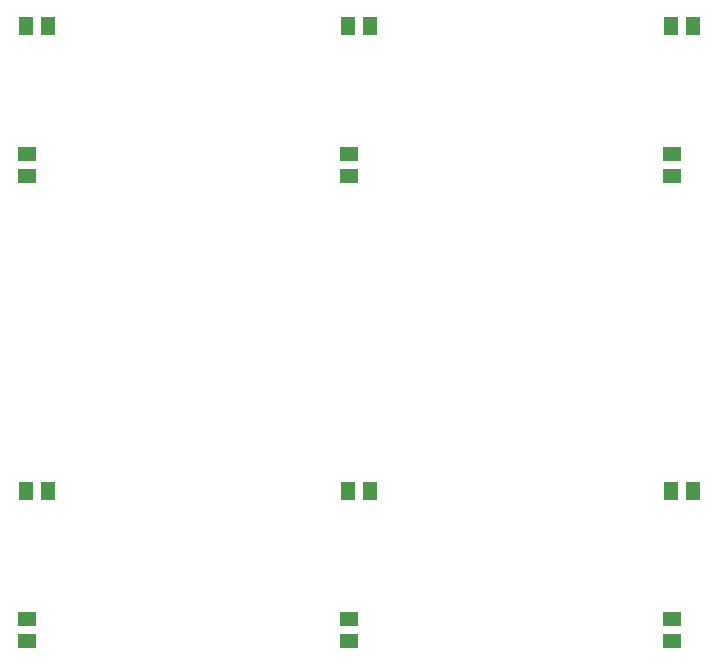
<source format=gbr>
%FSLAX34Y34*%
%MOMM*%
%LNSMDMASK_TOP*%
G71*
G01*
%ADD10R, 1.300X1.600*%
%ADD11R, 1.600X1.300*%
%LPD*%
X221396Y-221396D02*
G54D10*
D03*
X240396Y-221396D02*
G54D10*
D03*
X222250Y-330200D02*
G54D11*
D03*
X222250Y-349200D02*
G54D11*
D03*
X494446Y-221396D02*
G54D10*
D03*
X513446Y-221396D02*
G54D10*
D03*
X495300Y-330200D02*
G54D11*
D03*
X495300Y-349200D02*
G54D11*
D03*
X767496Y-221396D02*
G54D10*
D03*
X786496Y-221396D02*
G54D10*
D03*
X768350Y-330200D02*
G54D11*
D03*
X768350Y-349200D02*
G54D11*
D03*
X221396Y-615096D02*
G54D10*
D03*
X240396Y-615096D02*
G54D10*
D03*
X222250Y-723900D02*
G54D11*
D03*
X222250Y-742900D02*
G54D11*
D03*
X494446Y-615096D02*
G54D10*
D03*
X513446Y-615096D02*
G54D10*
D03*
X495300Y-723900D02*
G54D11*
D03*
X495300Y-742900D02*
G54D11*
D03*
X767496Y-615096D02*
G54D10*
D03*
X786496Y-615096D02*
G54D10*
D03*
X768350Y-723900D02*
G54D11*
D03*
X768350Y-742900D02*
G54D11*
D03*
M02*

</source>
